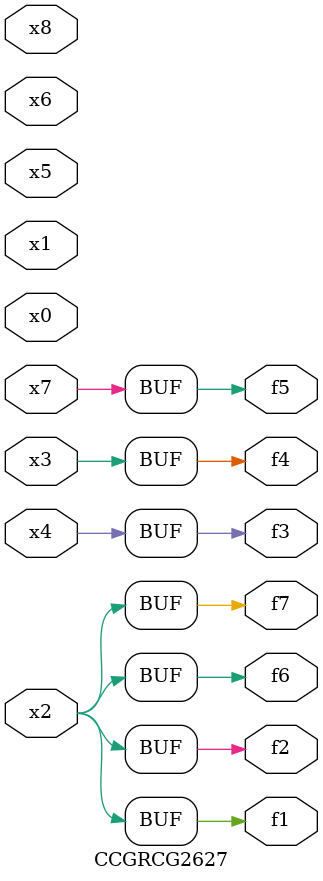
<source format=v>
module CCGRCG2627(
	input x0, x1, x2, x3, x4, x5, x6, x7, x8,
	output f1, f2, f3, f4, f5, f6, f7
);
	assign f1 = x2;
	assign f2 = x2;
	assign f3 = x4;
	assign f4 = x3;
	assign f5 = x7;
	assign f6 = x2;
	assign f7 = x2;
endmodule

</source>
